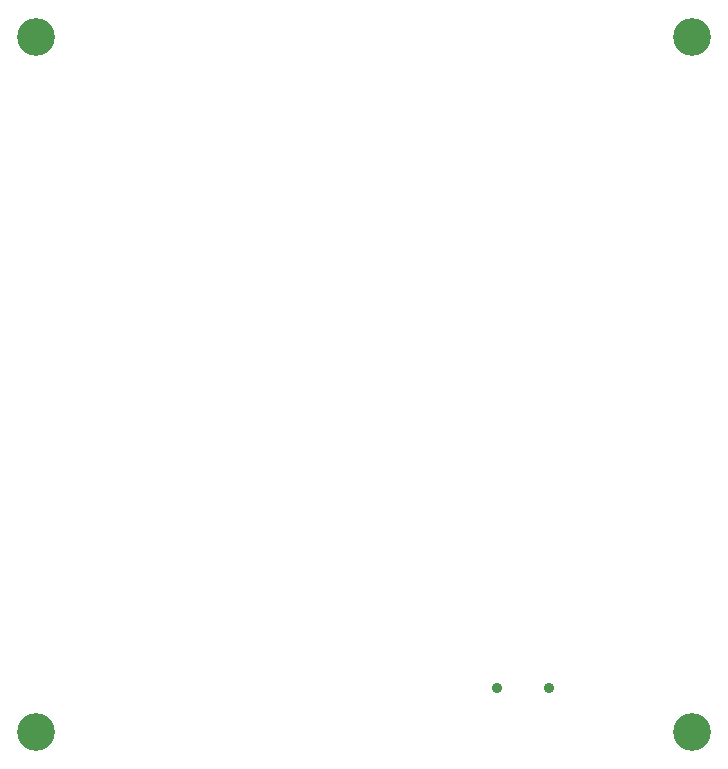
<source format=gbr>
%TF.GenerationSoftware,Altium Limited,Altium NEXUS,2.1.7 (73)*%
G04 Layer_Color=0*
%FSLAX44Y44*%
%MOMM*%
%TF.FileFunction,NonPlated,1,2,NPTH,Drill*%
%TF.Part,Single*%
G01*
G75*
%TA.AperFunction,OtherDrill,Pad Free-5 (28.448mm,88.646mm)*%
%ADD64C,3.2000*%
%TA.AperFunction,OtherDrill,Pad Free-4 (83.947mm,88.646mm)*%
%ADD65C,3.2000*%
%TA.AperFunction,OtherDrill,Pad Free-3 (83.947mm,29.845mm)*%
%ADD66C,3.2000*%
%TA.AperFunction,OtherDrill,Pad Free-2 (28.448mm,29.845mm)*%
%ADD67C,3.2000*%
%TA.AperFunction,ComponentDrill*%
%ADD68C,0.9000*%
D64*
X284480Y886460D02*
D03*
D65*
X839470D02*
D03*
D66*
Y298450D02*
D03*
D67*
X284480D02*
D03*
D68*
X718820Y335280D02*
D03*
X674820D02*
D03*
%TF.MD5,d1353481daf50b507039cbd18324de00*%
M02*

</source>
